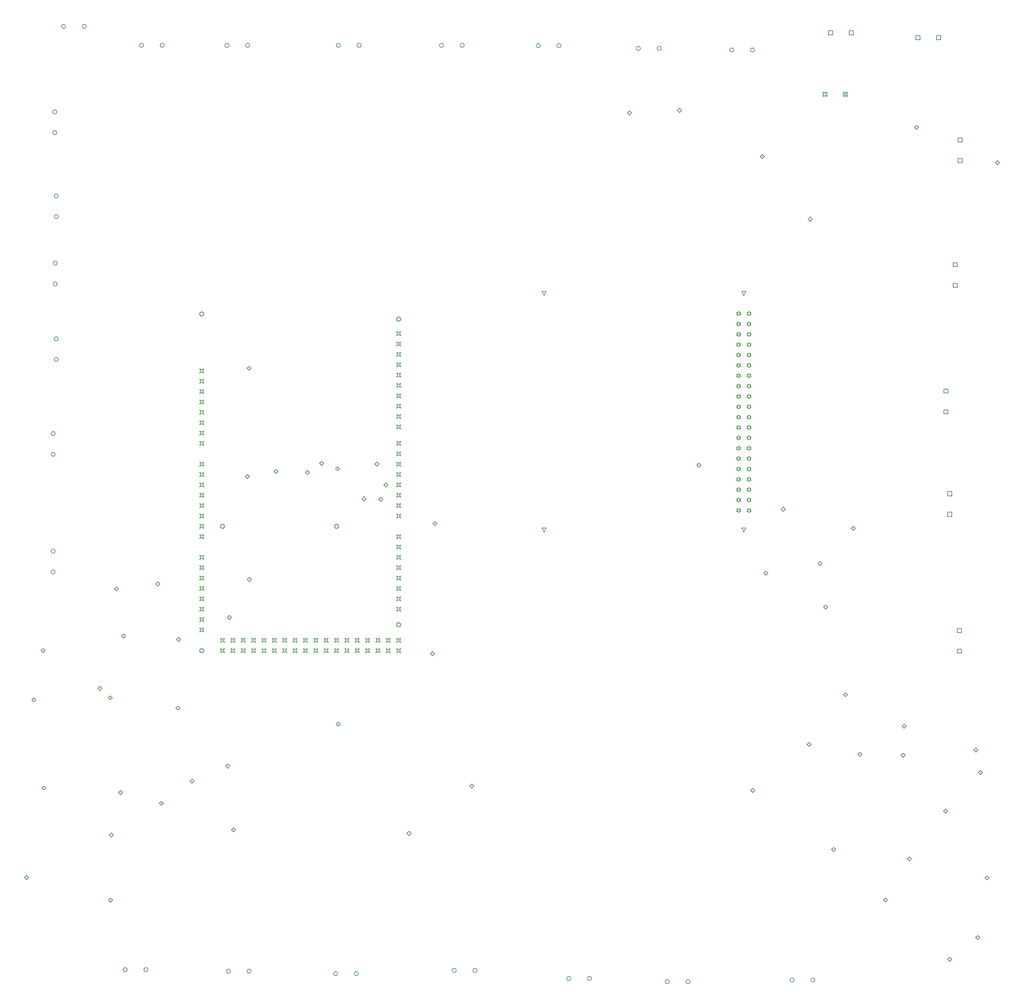
<source format=gbr>
%FSTAX25Y25*%
%MOIN*%
%SFA1B1*%

%IPPOS*%
%ADD35C,0.005118*%
%ADD62C,0.006693*%
G54D35*
X0864488Y0934803D02*
Y0938779D01*
X0868503*
Y0934803*
X0864488*
X078Y0939291D02*
Y0943307D01*
X0784015*
Y0939291*
X078*
X0905Y0835984D02*
Y084D01*
X0909015*
Y0835984*
X0905*
X0900511Y0715511D02*
Y0719488D01*
X0904488*
Y0715511*
X0900511*
X079433Y088D02*
X0795354D01*
X0796338Y0880984*
X0797322Y088*
X0798346*
Y0880984*
X0797322Y0882007*
X0798346Y0882992*
Y0884015*
X0797322*
X0796338Y0882992*
X0795354Y0884015*
X079433*
Y0882992*
X0795354Y0882007*
X079433Y0880984*
Y088*
X0891299Y0593503D02*
Y059748D01*
X0895275*
Y0593503*
X0891299*
X0895Y0494488D02*
Y0498503D01*
X0899015*
Y0494488*
X0895*
X0904291Y036248D02*
Y0366496D01*
X0908307*
Y036248*
X0904291*
X0693464Y0478385D02*
X0694448Y047937D01*
X0695472*
X0694448Y0480354*
X0695472Y0481377*
X0694448*
X0693464Y0482362*
X069244Y0481377*
X0691456*
X069244Y0480354*
X0691456Y047937*
X069244*
X0693464Y0478385*
X0193503Y0342992D02*
X0194488Y0345D01*
X0193503Y0347007*
X0195511Y0345984*
X0197519Y0347007*
X0196496Y0345*
X0197519Y0342992*
X0195511Y0344015*
X0193503Y0342992*
X0293503Y0352992D02*
X0294488Y0355D01*
X0293503Y0357007*
X0295511Y0355984*
X0297519Y0357007*
X0296496Y0355*
X0297519Y0352992*
X0295511Y0354015*
X0293503Y0352992*
X0303503D02*
X0304488Y0355D01*
X0303503Y0357007*
X0305511Y0355984*
X0307519Y0357007*
X0306496Y0355*
X0307519Y0352992*
X0305511Y0354015*
X0303503Y0352992*
X0363503Y0532992D02*
X0364488Y0535D01*
X0363503Y0537007*
X0365511Y0535984*
X0367519Y0537007*
X0366496Y0535*
X0367519Y0532992*
X0365511Y0534015*
X0363503Y0532992*
X0263503Y0352992D02*
X0264488Y0355D01*
X0263503Y0357007*
X0265511Y0355984*
X026748Y0357007*
X0266496Y0355*
X026748Y0352992*
X0265511Y0354015*
X0263503Y0352992*
X0323503D02*
X0324488Y0355D01*
X0323503Y0357007*
X0325511Y0355984*
X032748Y0357007*
X0326496Y0355*
X032748Y0352992*
X0325511Y0354015*
X0323503Y0352992*
X0363503Y0542992D02*
X0364488Y0545D01*
X0363503Y0547007*
X0365511Y0545984*
X0367519Y0547007*
X0366496Y0545*
X0367519Y0542992*
X0365511Y0544015*
X0363503Y0542992*
X0895Y0474488D02*
Y0478503D01*
X0899015*
Y0474488*
X0895*
X0904291Y0342519D02*
Y0346496D01*
X0908307*
Y0342519*
X0904291*
X08Y0939291D02*
Y0943307D01*
X0804015*
Y0939291*
X08*
X0884488Y0934803D02*
Y0938779D01*
X0888503*
Y0934803*
X0884488*
X0905Y0815984D02*
Y082D01*
X0909015*
Y0815984*
X0905*
X0900511Y0695511D02*
Y0699488D01*
X0904488*
Y0695511*
X0900511*
X0891299Y0573503D02*
Y057748D01*
X0895275*
Y0573503*
X0891299*
X0505551Y0687559D02*
X0503543Y0691535D01*
X0507559*
X0505551Y0687559*
Y0459212D02*
X0503543Y0463188D01*
X0507559*
X0505551Y0459212*
X0698464D02*
X0696456Y0463188D01*
X0700472*
X0698464Y0459212*
Y0687559D02*
X0696456Y0691535D01*
X0700472*
X0698464Y0687559*
X0693464Y0668385D02*
X0694448Y066937D01*
X0695472*
X0694448Y0670354*
X0695472Y0671377*
X0694448*
X0693464Y0672362*
X069244Y0671377*
X0691456*
X069244Y0670354*
X0691456Y066937*
X069244*
X0693464Y0668385*
Y0658385D02*
X0694448Y065937D01*
X0695472*
X0694448Y0660354*
X0695472Y0661377*
X0694448*
X0693464Y0662362*
X069244Y0661377*
X0691456*
X069244Y0660354*
X0691456Y065937*
X069244*
X0693464Y0658385*
Y0648385D02*
X0694448Y064937D01*
X0695472*
X0694448Y0650354*
X0695472Y0651377*
X0694448*
X0693464Y0652362*
X069244Y0651377*
X0691456*
X069244Y0650354*
X0691456Y064937*
X069244*
X0693464Y0648385*
Y0638385D02*
X0694448Y063937D01*
X0695472*
X0694448Y0640354*
X0695472Y0641377*
X0694448*
X0693464Y0642362*
X069244Y0641377*
X0691456*
X069244Y0640354*
X0691456Y063937*
X069244*
X0693464Y0638385*
Y0628385D02*
X0694448Y062937D01*
X0695472*
X0694448Y0630354*
X0695472Y0631377*
X0694448*
X0693464Y0632362*
X069244Y0631377*
X0691456*
X069244Y0630354*
X0691456Y062937*
X069244*
X0693464Y0628385*
Y0618385D02*
X0694448Y061937D01*
X0695472*
X0694448Y0620354*
X0695472Y0621377*
X0694448*
X0693464Y0622362*
X069244Y0621377*
X0691456*
X069244Y0620354*
X0691456Y061937*
X069244*
X0693464Y0618385*
X0703464Y0668385D02*
X0704448Y066937D01*
X0705472*
X0704448Y0670354*
X0705472Y0671377*
X0704448*
X0703464Y0672362*
X070244Y0671377*
X0701456*
X070244Y0670354*
X0701456Y066937*
X070244*
X0703464Y0668385*
Y0658385D02*
X0704448Y065937D01*
X0705472*
X0704448Y0660354*
X0705472Y0661377*
X0704448*
X0703464Y0662362*
X070244Y0661377*
X0701456*
X070244Y0660354*
X0701456Y065937*
X070244*
X0703464Y0658385*
Y0648385D02*
X0704448Y064937D01*
X0705472*
X0704448Y0650354*
X0705472Y0651377*
X0704448*
X0703464Y0652362*
X070244Y0651377*
X0701456*
X070244Y0650354*
X0701456Y064937*
X070244*
X0703464Y0648385*
Y0638385D02*
X0704448Y063937D01*
X0705472*
X0704448Y0640354*
X0705472Y0641377*
X0704448*
X0703464Y0642362*
X070244Y0641377*
X0701456*
X070244Y0640354*
X0701456Y063937*
X070244*
X0703464Y0638385*
Y0628385D02*
X0704448Y062937D01*
X0705472*
X0704448Y0630354*
X0705472Y0631377*
X0704448*
X0703464Y0632362*
X070244Y0631377*
X0701456*
X070244Y0630354*
X0701456Y062937*
X070244*
X0703464Y0628385*
Y0618385D02*
X0704448Y061937D01*
X0705472*
X0704448Y0620354*
X0705472Y0621377*
X0704448*
X0703464Y0622362*
X070244Y0621377*
X0701456*
X070244Y0620354*
X0701456Y061937*
X070244*
X0703464Y0618385*
X0693464Y0608385D02*
X0694448Y060937D01*
X0695472*
X0694448Y0610354*
X0695472Y0611377*
X0694448*
X0693464Y0612362*
X069244Y0611377*
X0691456*
X069244Y0610354*
X0691456Y060937*
X069244*
X0693464Y0608385*
X0703464D02*
X0704448Y060937D01*
X0705472*
X0704448Y0610354*
X0705472Y0611377*
X0704448*
X0703464Y0612362*
X070244Y0611377*
X0701456*
X070244Y0610354*
X0701456Y060937*
X070244*
X0703464Y0608385*
X0693464Y0598385D02*
X0694448Y059937D01*
X0695472*
X0694448Y0600354*
X0695472Y0601377*
X0694448*
X0693464Y0602362*
X069244Y0601377*
X0691456*
X069244Y0600354*
X0691456Y059937*
X069244*
X0693464Y0598385*
Y0588385D02*
X0694448Y058937D01*
X0695472*
X0694448Y0590354*
X0695472Y0591377*
X0694448*
X0693464Y0592362*
X069244Y0591377*
X0691456*
X069244Y0590354*
X0691456Y058937*
X069244*
X0693464Y0588385*
Y0578385D02*
X0694448Y057937D01*
X0695472*
X0694448Y0580354*
X0695472Y0581377*
X0694448*
X0693464Y0582362*
X069244Y0581377*
X0691456*
X069244Y0580354*
X0691456Y057937*
X069244*
X0693464Y0578385*
Y0568385D02*
X0694448Y056937D01*
X0695472*
X0694448Y0570354*
X0695472Y0571377*
X0694448*
X0693464Y0572362*
X069244Y0571377*
X0691456*
X069244Y0570354*
X0691456Y056937*
X069244*
X0693464Y0568385*
Y0558385D02*
X0694448Y055937D01*
X0695472*
X0694448Y0560354*
X0695472Y0561377*
X0694448*
X0693464Y0562362*
X069244Y0561377*
X0691456*
X069244Y0560354*
X0691456Y055937*
X069244*
X0693464Y0558385*
Y0548385D02*
X0694448Y054937D01*
X0695472*
X0694448Y0550354*
X0695472Y0551377*
X0694448*
X0693464Y0552362*
X069244Y0551377*
X0691456*
X069244Y0550354*
X0691456Y054937*
X069244*
X0693464Y0548385*
X0703464Y0598385D02*
X0704448Y059937D01*
X0705472*
X0704448Y0600354*
X0705472Y0601377*
X0704448*
X0703464Y0602362*
X070244Y0601377*
X0701456*
X070244Y0600354*
X0701456Y059937*
X070244*
X0703464Y0598385*
Y0588385D02*
X0704448Y058937D01*
X0705472*
X0704448Y0590354*
X0705472Y0591377*
X0704448*
X0703464Y0592362*
X070244Y0591377*
X0701456*
X070244Y0590354*
X0701456Y058937*
X070244*
X0703464Y0588385*
Y0578385D02*
X0704448Y057937D01*
X0705472*
X0704448Y0580354*
X0705472Y0581377*
X0704448*
X0703464Y0582362*
X070244Y0581377*
X0701456*
X070244Y0580354*
X0701456Y057937*
X070244*
X0703464Y0578385*
Y0568385D02*
X0704448Y056937D01*
X0705472*
X0704448Y0570354*
X0705472Y0571377*
X0704448*
X0703464Y0572362*
X070244Y0571377*
X0701456*
X070244Y0570354*
X0701456Y056937*
X070244*
X0703464Y0568385*
Y0558385D02*
X0704448Y055937D01*
X0705472*
X0704448Y0560354*
X0705472Y0561377*
X0704448*
X0703464Y0562362*
X070244Y0561377*
X0701456*
X070244Y0560354*
X0701456Y055937*
X070244*
X0703464Y0558385*
Y0548385D02*
X0704448Y054937D01*
X0705472*
X0704448Y0550354*
X0705472Y0551377*
X0704448*
X0703464Y0552362*
X070244Y0551377*
X0701456*
X070244Y0550354*
X0701456Y054937*
X070244*
X0703464Y0548385*
X0693464Y0538385D02*
X0694448Y053937D01*
X0695472*
X0694448Y0540354*
X0695472Y0541377*
X0694448*
X0693464Y0542362*
X069244Y0541377*
X0691456*
X069244Y0540354*
X0691456Y053937*
X069244*
X0693464Y0538385*
X0703464D02*
X0704448Y053937D01*
X0705472*
X0704448Y0540354*
X0705472Y0541377*
X0704448*
X0703464Y0542362*
X070244Y0541377*
X0701456*
X070244Y0540354*
X0701456Y053937*
X070244*
X0703464Y0538385*
X0693464Y0528385D02*
X0694448Y052937D01*
X0695472*
X0694448Y0530354*
X0695472Y0531377*
X0694448*
X0693464Y0532362*
X069244Y0531377*
X0691456*
X069244Y0530354*
X0691456Y052937*
X069244*
X0693464Y0528385*
Y0518385D02*
X0694448Y051937D01*
X0695472*
X0694448Y0520354*
X0695472Y0521377*
X0694448*
X0693464Y0522362*
X069244Y0521377*
X0691456*
X069244Y0520354*
X0691456Y051937*
X069244*
X0693464Y0518385*
Y0508385D02*
X0694448Y050937D01*
X0695472*
X0694448Y0510354*
X0695472Y0511377*
X0694448*
X0693464Y0512362*
X069244Y0511377*
X0691456*
X069244Y0510354*
X0691456Y050937*
X069244*
X0693464Y0508385*
Y0498385D02*
X0694448Y049937D01*
X0695472*
X0694448Y0500354*
X0695472Y0501377*
X0694448*
X0693464Y0502362*
X069244Y0501377*
X0691456*
X069244Y0500354*
X0691456Y049937*
X069244*
X0693464Y0498385*
Y0488385D02*
X0694448Y048937D01*
X0695472*
X0694448Y0490354*
X0695472Y0491377*
X0694448*
X0693464Y0492362*
X069244Y0491377*
X0691456*
X069244Y0490354*
X0691456Y048937*
X069244*
X0693464Y0488385*
X0703464Y0528385D02*
X0704448Y052937D01*
X0705472*
X0704448Y0530354*
X0705472Y0531377*
X0704448*
X0703464Y0532362*
X070244Y0531377*
X0701456*
X070244Y0530354*
X0701456Y052937*
X070244*
X0703464Y0528385*
Y0518385D02*
X0704448Y051937D01*
X0705472*
X0704448Y0520354*
X0705472Y0521377*
X0704448*
X0703464Y0522362*
X070244Y0521377*
X0701456*
X070244Y0520354*
X0701456Y051937*
X070244*
X0703464Y0518385*
Y0508385D02*
X0704448Y050937D01*
X0705472*
X0704448Y0510354*
X0705472Y0511377*
X0704448*
X0703464Y0512362*
X070244Y0511377*
X0701456*
X070244Y0510354*
X0701456Y050937*
X070244*
X0703464Y0508385*
Y0498385D02*
X0704448Y049937D01*
X0705472*
X0704448Y0500354*
X0705472Y0501377*
X0704448*
X0703464Y0502362*
X070244Y0501377*
X0701456*
X070244Y0500354*
X0701456Y049937*
X070244*
X0703464Y0498385*
Y0488385D02*
X0704448Y048937D01*
X0705472*
X0704448Y0490354*
X0705472Y0491377*
X0704448*
X0703464Y0492362*
X070244Y0491377*
X0701456*
X070244Y0490354*
X0701456Y048937*
X070244*
X0703464Y0488385*
Y0478385D02*
X0704448Y047937D01*
X0705472*
X0704448Y0480354*
X0705472Y0481377*
X0704448*
X0703464Y0482362*
X070244Y0481377*
X0701456*
X070244Y0480354*
X0701456Y047937*
X070244*
X0703464Y0478385*
X0173503Y0612992D02*
X0174488Y0615D01*
X0173503Y0617007*
X0175511Y0615984*
X017748Y0617007*
X0176496Y0615*
X017748Y0612992*
X0175511Y0614015*
X0173503Y0612992*
Y0602992D02*
X0174488Y0605D01*
X0173503Y0607007*
X0175511Y0605984*
X017748Y0607007*
X0176496Y0605*
X017748Y0602992*
X0175511Y0604015*
X0173503Y0602992*
Y0592992D02*
X0174488Y0595D01*
X0173503Y0597007*
X0175511Y0595984*
X017748Y0597007*
X0176496Y0595*
X017748Y0592992*
X0175511Y0594015*
X0173503Y0592992*
Y0582992D02*
X0174488Y0585D01*
X0173503Y0587007*
X0175511Y0585984*
X017748Y0587007*
X0176496Y0585*
X017748Y0582992*
X0175511Y0584015*
X0173503Y0582992*
Y0572992D02*
X0174488Y0575D01*
X0173503Y0577007*
X0175511Y0575984*
X017748Y0577007*
X0176496Y0575*
X017748Y0572992*
X0175511Y0574015*
X0173503Y0572992*
Y0562992D02*
X0174488Y0565D01*
X0173503Y0567007*
X0175511Y0565984*
X017748Y0567007*
X0176496Y0565*
X017748Y0562992*
X0175511Y0564015*
X0173503Y0562992*
Y0552992D02*
X0174488Y0555D01*
X0173503Y0557007*
X0175511Y0555984*
X017748Y0557007*
X0176496Y0555*
X017748Y0552992*
X0175511Y0554015*
X0173503Y0552992*
Y0542992D02*
X0174488Y0545D01*
X0173503Y0547007*
X0175511Y0545984*
X017748Y0547007*
X0176496Y0545*
X017748Y0542992*
X0175511Y0544015*
X0173503Y0542992*
Y0522992D02*
X0174488Y0525D01*
X0173503Y0527007*
X0175511Y0525984*
X017748Y0527007*
X0176496Y0525*
X017748Y0522992*
X0175511Y0524015*
X0173503Y0522992*
Y0512992D02*
X0174488Y0515D01*
X0173503Y0517007*
X0175511Y0515984*
X017748Y0517007*
X0176496Y0515*
X017748Y0512992*
X0175511Y0514015*
X0173503Y0512992*
Y0502992D02*
X0174488Y0505D01*
X0173503Y0507007*
X0175511Y0505984*
X017748Y0507007*
X0176496Y0505*
X017748Y0502992*
X0175511Y0504015*
X0173503Y0502992*
Y0492992D02*
X0174488Y0495D01*
X0173503Y0497007*
X0175511Y0495984*
X017748Y0497007*
X0176496Y0495*
X017748Y0492992*
X0175511Y0494015*
X0173503Y0492992*
Y0482992D02*
X0174488Y0485D01*
X0173503Y0487007*
X0175511Y0485984*
X017748Y0487007*
X0176496Y0485*
X017748Y0482992*
X0175511Y0484015*
X0173503Y0482992*
Y0472992D02*
X0174488Y0475D01*
X0173503Y0477007*
X0175511Y0475984*
X017748Y0477007*
X0176496Y0475*
X017748Y0472992*
X0175511Y0474015*
X0173503Y0472992*
Y0462992D02*
X0174488Y0465D01*
X0173503Y0467007*
X0175511Y0465984*
X017748Y0467007*
X0176496Y0465*
X017748Y0462992*
X0175511Y0464015*
X0173503Y0462992*
Y0452992D02*
X0174488Y0455D01*
X0173503Y0457007*
X0175511Y0455984*
X017748Y0457007*
X0176496Y0455*
X017748Y0452992*
X0175511Y0454015*
X0173503Y0452992*
Y0432992D02*
X0174488Y0435D01*
X0173503Y0437007*
X0175511Y0435984*
X017748Y0437007*
X0176496Y0435*
X017748Y0432992*
X0175511Y0434015*
X0173503Y0432992*
Y0422992D02*
X0174488Y0425D01*
X0173503Y0427007*
X0175511Y0425984*
X017748Y0427007*
X0176496Y0425*
X017748Y0422992*
X0175511Y0424015*
X0173503Y0422992*
Y0412992D02*
X0174488Y0415D01*
X0173503Y0417007*
X0175511Y0415984*
X017748Y0417007*
X0176496Y0415*
X017748Y0412992*
X0175511Y0414015*
X0173503Y0412992*
Y0402992D02*
X0174488Y0405D01*
X0173503Y0407007*
X0175511Y0405984*
X017748Y0407007*
X0176496Y0405*
X017748Y0402992*
X0175511Y0404015*
X0173503Y0402992*
Y0392992D02*
X0174488Y0395D01*
X0173503Y0397007*
X0175511Y0395984*
X017748Y0397007*
X0176496Y0395*
X017748Y0392992*
X0175511Y0394015*
X0173503Y0392992*
Y0382992D02*
X0174488Y0385D01*
X0173503Y0387007*
X0175511Y0385984*
X017748Y0387007*
X0176496Y0385*
X017748Y0382992*
X0175511Y0384015*
X0173503Y0382992*
Y0372992D02*
X0174488Y0375D01*
X0173503Y0377007*
X0175511Y0375984*
X017748Y0377007*
X0176496Y0375*
X017748Y0372992*
X0175511Y0374015*
X0173503Y0372992*
Y0362992D02*
X0174488Y0365D01*
X0173503Y0367007*
X0175511Y0365984*
X017748Y0367007*
X0176496Y0365*
X017748Y0362992*
X0175511Y0364015*
X0173503Y0362992*
X0193503Y0352992D02*
X0194488Y0355D01*
X0193503Y0357007*
X0195511Y0355984*
X0197519Y0357007*
X0196496Y0355*
X0197519Y0352992*
X0195511Y0354015*
X0193503Y0352992*
X0203503Y0342992D02*
X0204488Y0345D01*
X0203503Y0347007*
X0205511Y0345984*
X0207519Y0347007*
X0206496Y0345*
X0207519Y0342992*
X0205511Y0344015*
X0203503Y0342992*
Y0352992D02*
X0204488Y0355D01*
X0203503Y0357007*
X0205511Y0355984*
X0207519Y0357007*
X0206496Y0355*
X0207519Y0352992*
X0205511Y0354015*
X0203503Y0352992*
X0213503Y0342992D02*
X0214488Y0345D01*
X0213503Y0347007*
X0215511Y0345984*
X021748Y0347007*
X0216496Y0345*
X021748Y0342992*
X0215511Y0344015*
X0213503Y0342992*
Y0352992D02*
X0214488Y0355D01*
X0213503Y0357007*
X0215511Y0355984*
X021748Y0357007*
X0216496Y0355*
X021748Y0352992*
X0215511Y0354015*
X0213503Y0352992*
X0223503Y0342992D02*
X0224488Y0345D01*
X0223503Y0347007*
X0225511Y0345984*
X022748Y0347007*
X0226496Y0345*
X022748Y0342992*
X0225511Y0344015*
X0223503Y0342992*
Y0352992D02*
X0224488Y0355D01*
X0223503Y0357007*
X0225511Y0355984*
X022748Y0357007*
X0226496Y0355*
X022748Y0352992*
X0225511Y0354015*
X0223503Y0352992*
X0174488Y0669015D02*
Y0667992D01*
X0176496*
Y0669015*
X017748*
Y0670984*
X0176496*
Y0672007*
X0174488*
Y0670984*
X0173503*
Y0669015*
X0174488*
X0194488Y0464015D02*
Y0462992D01*
X0196496*
Y0464015*
X0197519*
Y0465984*
X0196496*
Y0467007*
X0194488*
Y0465984*
X0193503*
Y0464015*
X0194488*
X0304488D02*
Y0462992D01*
X0306496*
Y0464015*
X0307519*
Y0465984*
X0306496*
Y0467007*
X0304488*
Y0465984*
X0303503*
Y0464015*
X0304488*
X0364488Y0664015D02*
Y0662992D01*
X0366496*
Y0664015*
X0367519*
Y0665984*
X0366496*
Y0667007*
X0364488*
Y0665984*
X0363503*
Y0664015*
X0364488*
X0174488Y0344015D02*
Y0342992D01*
X0176496*
Y0344015*
X017748*
Y0345984*
X0176496*
Y0347007*
X0174488*
Y0345984*
X0173503*
Y0344015*
X0174488*
X0233503Y0352992D02*
X0234488Y0355D01*
X0233503Y0357007*
X0235511Y0355984*
X0237519Y0357007*
X0236496Y0355*
X0237519Y0352992*
X0235511Y0354015*
X0233503Y0352992*
Y0342992D02*
X0234488Y0345D01*
X0233503Y0347007*
X0235511Y0345984*
X0237519Y0347007*
X0236496Y0345*
X0237519Y0342992*
X0235511Y0344015*
X0233503Y0342992*
X0243503Y0352992D02*
X0244488Y0355D01*
X0243503Y0357007*
X0245511Y0355984*
X0247519Y0357007*
X0246496Y0355*
X0247519Y0352992*
X0245511Y0354015*
X0243503Y0352992*
Y0342992D02*
X0244488Y0345D01*
X0243503Y0347007*
X0245511Y0345984*
X0247519Y0347007*
X0246496Y0345*
X0247519Y0342992*
X0245511Y0344015*
X0243503Y0342992*
X0253503Y0352992D02*
X0254488Y0355D01*
X0253503Y0357007*
X0255511Y0355984*
X025748Y0357007*
X0256496Y0355*
X025748Y0352992*
X0255511Y0354015*
X0253503Y0352992*
Y0342992D02*
X0254488Y0345D01*
X0253503Y0347007*
X0255511Y0345984*
X025748Y0347007*
X0256496Y0345*
X025748Y0342992*
X0255511Y0344015*
X0253503Y0342992*
X0263503D02*
X0264488Y0345D01*
X0263503Y0347007*
X0265511Y0345984*
X026748Y0347007*
X0266496Y0345*
X026748Y0342992*
X0265511Y0344015*
X0263503Y0342992*
X0273503Y0352992D02*
X0274488Y0355D01*
X0273503Y0357007*
X0275511Y0355984*
X0277519Y0357007*
X0276496Y0355*
X0277519Y0352992*
X0275511Y0354015*
X0273503Y0352992*
Y0342992D02*
X0274488Y0345D01*
X0273503Y0347007*
X0275511Y0345984*
X0277519Y0347007*
X0276496Y0345*
X0277519Y0342992*
X0275511Y0344015*
X0273503Y0342992*
X0283503Y0352992D02*
X0284488Y0355D01*
X0283503Y0357007*
X0285511Y0355984*
X0287519Y0357007*
X0286496Y0355*
X0287519Y0352992*
X0285511Y0354015*
X0283503Y0352992*
Y0342992D02*
X0284488Y0345D01*
X0283503Y0347007*
X0285511Y0345984*
X0287519Y0347007*
X0286496Y0345*
X0287519Y0342992*
X0285511Y0344015*
X0283503Y0342992*
X0293503D02*
X0294488Y0345D01*
X0293503Y0347007*
X0295511Y0345984*
X0297519Y0347007*
X0296496Y0345*
X0297519Y0342992*
X0295511Y0344015*
X0293503Y0342992*
X0303503D02*
X0304488Y0345D01*
X0303503Y0347007*
X0305511Y0345984*
X0307519Y0347007*
X0306496Y0345*
X0307519Y0342992*
X0305511Y0344015*
X0303503Y0342992*
X0313503Y0352992D02*
X0314488Y0355D01*
X0313503Y0357007*
X0315511Y0355984*
X031748Y0357007*
X0316496Y0355*
X031748Y0352992*
X0315511Y0354015*
X0313503Y0352992*
Y0342992D02*
X0314488Y0345D01*
X0313503Y0347007*
X0315511Y0345984*
X031748Y0347007*
X0316496Y0345*
X031748Y0342992*
X0315511Y0344015*
X0313503Y0342992*
X0323503D02*
X0324488Y0345D01*
X0323503Y0347007*
X0325511Y0345984*
X032748Y0347007*
X0326496Y0345*
X032748Y0342992*
X0325511Y0344015*
X0323503Y0342992*
X0333503Y0352992D02*
X0334488Y0355D01*
X0333503Y0357007*
X0335511Y0355984*
X033748Y0357007*
X0336496Y0355*
X033748Y0352992*
X0335511Y0354015*
X0333503Y0352992*
Y0342992D02*
X0334488Y0345D01*
X0333503Y0347007*
X0335511Y0345984*
X033748Y0347007*
X0336496Y0345*
X033748Y0342992*
X0335511Y0344015*
X0333503Y0342992*
X0343503Y0352992D02*
X0344488Y0355D01*
X0343503Y0357007*
X0345511Y0355984*
X034748Y0357007*
X0346496Y0355*
X034748Y0352992*
X0345511Y0354015*
X0343503Y0352992*
Y0342992D02*
X0344488Y0345D01*
X0343503Y0347007*
X0345511Y0345984*
X034748Y0347007*
X0346496Y0345*
X034748Y0342992*
X0345511Y0344015*
X0343503Y0342992*
X0353503Y0352992D02*
X0354488Y0355D01*
X0353503Y0357007*
X0355511Y0355984*
X0357519Y0357007*
X0356496Y0355*
X0357519Y0352992*
X0355511Y0354015*
X0353503Y0352992*
Y0342992D02*
X0354488Y0345D01*
X0353503Y0347007*
X0355511Y0345984*
X0357519Y0347007*
X0356496Y0345*
X0357519Y0342992*
X0355511Y0344015*
X0353503Y0342992*
X0363503Y0352992D02*
X0364488Y0355D01*
X0363503Y0357007*
X0365511Y0355984*
X0367519Y0357007*
X0366496Y0355*
X0367519Y0352992*
X0365511Y0354015*
X0363503Y0352992*
Y0342992D02*
X0364488Y0345D01*
X0363503Y0347007*
X0365511Y0345984*
X0367519Y0347007*
X0366496Y0345*
X0367519Y0342992*
X0365511Y0344015*
X0363503Y0342992*
Y0382992D02*
X0364488Y0385D01*
X0363503Y0387007*
X0365511Y0385984*
X0367519Y0387007*
X0366496Y0385*
X0367519Y0382992*
X0365511Y0384015*
X0363503Y0382992*
Y0392992D02*
X0364488Y0395D01*
X0363503Y0397007*
X0365511Y0395984*
X0367519Y0397007*
X0366496Y0395*
X0367519Y0392992*
X0365511Y0394015*
X0363503Y0392992*
Y0402992D02*
X0364488Y0405D01*
X0363503Y0407007*
X0365511Y0405984*
X0367519Y0407007*
X0366496Y0405*
X0367519Y0402992*
X0365511Y0404015*
X0363503Y0402992*
Y0412992D02*
X0364488Y0415D01*
X0363503Y0417007*
X0365511Y0415984*
X0367519Y0417007*
X0366496Y0415*
X0367519Y0412992*
X0365511Y0414015*
X0363503Y0412992*
Y0422992D02*
X0364488Y0425D01*
X0363503Y0427007*
X0365511Y0425984*
X0367519Y0427007*
X0366496Y0425*
X0367519Y0422992*
X0365511Y0424015*
X0363503Y0422992*
Y0432992D02*
X0364488Y0435D01*
X0363503Y0437007*
X0365511Y0435984*
X0367519Y0437007*
X0366496Y0435*
X0367519Y0432992*
X0365511Y0434015*
X0363503Y0432992*
Y0442992D02*
X0364488Y0445D01*
X0363503Y0447007*
X0365511Y0445984*
X0367519Y0447007*
X0366496Y0445*
X0367519Y0442992*
X0365511Y0444015*
X0363503Y0442992*
Y0452992D02*
X0364488Y0455D01*
X0363503Y0457007*
X0365511Y0455984*
X0367519Y0457007*
X0366496Y0455*
X0367519Y0452992*
X0365511Y0454015*
X0363503Y0452992*
Y0472992D02*
X0364488Y0475D01*
X0363503Y0477007*
X0365511Y0475984*
X0367519Y0477007*
X0366496Y0475*
X0367519Y0472992*
X0365511Y0474015*
X0363503Y0472992*
Y0482992D02*
X0364488Y0485D01*
X0363503Y0487007*
X0365511Y0485984*
X0367519Y0487007*
X0366496Y0485*
X0367519Y0482992*
X0365511Y0484015*
X0363503Y0482992*
Y0492992D02*
X0364488Y0495D01*
X0363503Y0497007*
X0365511Y0495984*
X0367519Y0497007*
X0366496Y0495*
X0367519Y0492992*
X0365511Y0494015*
X0363503Y0492992*
Y0502992D02*
X0364488Y0505D01*
X0363503Y0507007*
X0365511Y0505984*
X0367519Y0507007*
X0366496Y0505*
X0367519Y0502992*
X0365511Y0504015*
X0363503Y0502992*
Y0512992D02*
X0364488Y0515D01*
X0363503Y0517007*
X0365511Y0515984*
X0367519Y0517007*
X0366496Y0515*
X0367519Y0512992*
X0365511Y0514015*
X0363503Y0512992*
Y0522992D02*
X0364488Y0525D01*
X0363503Y0527007*
X0365511Y0525984*
X0367519Y0527007*
X0366496Y0525*
X0367519Y0522992*
X0365511Y0524015*
X0363503Y0522992*
Y0559015D02*
X0364488Y0560984D01*
X0363503Y0562992*
X0365511Y0562007*
X0367519Y0562992*
X0366496Y0560984*
X0367519Y0559015*
X0365511Y056*
X0363503Y0559015*
Y0569015D02*
X0364488Y0570984D01*
X0363503Y0572992*
X0365511Y0572007*
X0367519Y0572992*
X0366496Y0570984*
X0367519Y0569015*
X0365511Y057*
X0363503Y0569015*
Y0579015D02*
X0364488Y0580984D01*
X0363503Y0582992*
X0365511Y0582007*
X0367519Y0582992*
X0366496Y0580984*
X0367519Y0579015*
X0365511Y058*
X0363503Y0579015*
Y0589015D02*
X0364488Y0590984D01*
X0363503Y0592992*
X0365511Y0592007*
X0367519Y0592992*
X0366496Y0590984*
X0367519Y0589015*
X0365511Y059*
X0363503Y0589015*
Y0599015D02*
X0364488Y0600984D01*
X0363503Y0602992*
X0365511Y0602007*
X0367519Y0602992*
X0366496Y0600984*
X0367519Y0599015*
X0365511Y06*
X0363503Y0599015*
Y0609015D02*
X0364488Y0610984D01*
X0363503Y0612992*
X0365511Y0612007*
X0367519Y0612992*
X0366496Y0610984*
X0367519Y0609015*
X0365511Y061*
X0363503Y0609015*
Y0619015D02*
X0364488Y0620984D01*
X0363503Y0622992*
X0365511Y0622007*
X0367519Y0622992*
X0366496Y0620984*
X0367519Y0619015*
X0365511Y062*
X0363503Y0619015*
Y0629015D02*
X0364488Y0630984D01*
X0363503Y0632992*
X0365511Y0632007*
X0367519Y0632992*
X0366496Y0630984*
X0367519Y0629015*
X0365511Y063*
X0363503Y0629015*
Y0639015D02*
X0364488Y0640984D01*
X0363503Y0642992*
X0365511Y0642007*
X0367519Y0642992*
X0366496Y0640984*
X0367519Y0639015*
X0365511Y064*
X0363503Y0639015*
Y0649015D02*
X0364488Y0650984D01*
X0363503Y0652992*
X0365511Y0652007*
X0367519Y0652992*
X0366496Y0650984*
X0367519Y0649015*
X0365511Y065*
X0363503Y0649015*
X0364488Y0369015D02*
Y0367992D01*
X0366496*
Y0369015*
X0367519*
Y0370984*
X0366496*
Y0372007*
X0364488*
Y0370984*
X0363503*
Y0369015*
X0364488*
X0774645Y088D02*
X0775669D01*
X0776653Y0880984*
X0777637Y088*
X0778661*
Y0880984*
X0777637Y0882007*
X0778661Y0882992*
Y0884015*
X0777637*
X0776653Y0882992*
X0775669Y0884015*
X0774645*
Y0882992*
X0775669Y0882007*
X0774645Y0880984*
Y088*
X0922007Y0067992D02*
X0924015Y007D01*
X0925984Y0067992*
X0924015Y0065984*
X0922007Y0067992*
X0855984Y0144015D02*
X0857992Y0145984D01*
X086Y0144015*
X0857992Y0142007*
X0855984Y0144015*
X0924685Y0227204D02*
X0926692Y0229212D01*
X09287Y0227204*
X0926692Y0225196*
X0924685Y0227204*
X0920511Y0249015D02*
X0922519Y0250984D01*
X0924488Y0249015*
X0922519Y0247007*
X0920511Y0249015*
X0850984Y0272007D02*
X0852992Y0274015D01*
X0855Y0272007*
X0852992Y027*
X0850984Y0272007*
X085Y0244015D02*
X0852007Y0245984D01*
X0854015Y0244015*
X0852007Y0242007*
X085Y0244015*
X0832992Y0104488D02*
X0835Y0106496D01*
X0837007Y0104488*
X0835Y010248*
X0832992Y0104488*
X0782992Y0152992D02*
X0785Y0155D01*
X0787007Y0152992*
X0785Y0150984*
X0782992Y0152992*
X0219015Y0617519D02*
X0220984Y0619488D01*
X0222992Y0617519*
X0220984Y0615511*
X0219015Y0617519*
X021748Y0512992D02*
X0219488Y0515D01*
X0221496Y0512992*
X0219488Y0510984*
X021748Y0512992*
X0890984Y019D02*
X0892992Y0192007D01*
X0895Y019*
X0892992Y0187992*
X0890984Y019*
X077Y0429015D02*
X0772007Y0430984D01*
X0774015Y0429015*
X0772007Y0427007*
X077Y0429015*
X0219488Y0413503D02*
X0221496Y0415511D01*
X0223503Y0413503*
X0221496Y0411496*
X0219488Y0413503*
X0150984Y0355511D02*
X0152992Y0357519D01*
X0155Y0355511*
X0152992Y0353503*
X0150984Y0355511*
X0345984Y0490984D02*
X0347992Y0492992D01*
X035Y0490984*
X0347992Y0489015*
X0345984Y0490984*
X033Y0491496D02*
X0332007Y0493503D01*
X0334015Y0491496*
X0332007Y0489488*
X033Y0491496*
X0350984Y0505D02*
X0352992Y0507007D01*
X0355Y0505*
X0352992Y0502992*
X0350984Y0505*
X0895Y0047007D02*
X0897007Y0049015D01*
X0899015Y0047007*
X0897007Y0045*
X0895Y0047007*
X0705Y021D02*
X0707007Y0212007D01*
X0709015Y021*
X0707007Y0207992*
X0705Y021*
X0652992Y0524015D02*
X0655Y0525984D01*
X0657007Y0524015*
X0655Y0522007*
X0652992Y0524015*
X0342244Y0525D02*
X0344251Y0527007D01*
X0346259Y0525*
X0344251Y0522992*
X0342244Y0525*
X0930984Y0125511D02*
X0932992Y012748D01*
X0935Y0125511*
X0932992Y0123503*
X0930984Y0125511*
X0759488Y0254488D02*
X0761496Y0256496D01*
X0763503Y0254488*
X0761496Y0252519*
X0759488Y0254488*
X0717677Y0419685D02*
X0719685Y0421692D01*
X0721692Y0419685*
X0719685Y0417677*
X0717677Y0419685*
X0734488Y0481496D02*
X0736496Y0483503D01*
X0738503Y0481496*
X0736496Y0479488*
X0734488Y0481496*
X0775511Y0387007D02*
X0777519Y0389015D01*
X0779488Y0387007*
X0777519Y0385*
X0775511Y0387007*
X0760511Y0761496D02*
X0762519Y0763503D01*
X0764488Y0761496*
X0762519Y0759488*
X0760511Y0761496*
X0304488Y0520511D02*
X0306496Y052248D01*
X0308503Y0520511*
X0306496Y0518503*
X0304488Y0520511*
X0275511Y0517007D02*
X0277519Y0519015D01*
X0279488Y0517007*
X0277519Y0515*
X0275511Y0517007*
X0808503Y0245D02*
X0810511Y0247007D01*
X0812519Y0245*
X0810511Y0242992*
X0808503Y0245*
X0802007Y0462992D02*
X0804015Y0465D01*
X0805984Y0462992*
X0804015Y0460984*
X0802007Y0462992*
X0289015Y0525511D02*
X0290984Y0527519D01*
X0292992Y0525511*
X0290984Y0523503*
X0289015Y0525511*
X0794488Y030248D02*
X0796496Y0304488D01*
X0798503Y030248*
X0796496Y0300511*
X0794488Y030248*
X0434015Y0214488D02*
X0435984Y0216496D01*
X0437992Y0214488*
X0435984Y021248*
X0434015Y0214488*
X0398503Y0467519D02*
X0400511Y0469488D01*
X0402519Y0467519*
X0400511Y0465511*
X0398503Y0467519*
X0634488Y0866496D02*
X0636496Y0868503D01*
X0638503Y0866496*
X0636496Y0864488*
X0634488Y0866496*
X0585984Y0864015D02*
X0587992Y0865984D01*
X059Y0864015*
X0587992Y0862007*
X0585984Y0864015*
X0164015Y0219015D02*
X0165984Y0220984D01*
X0167992Y0219015*
X0165984Y0217007*
X0164015Y0219015*
X0090984Y0404488D02*
X0092992Y0406496D01*
X0095Y0404488*
X0092992Y0402519*
X0090984Y0404488*
X0097992Y0359015D02*
X01Y0360984D01*
X0102007Y0359015*
X01Y0357007*
X0097992Y0359015*
X0085Y0299488D02*
X0087007Y0301496D01*
X0089015Y0299488*
X0087007Y0297519*
X0085Y0299488*
X0085984Y0167007D02*
X0087992Y0169015D01*
X009Y0167007*
X0087992Y0165*
X0085984Y0167007*
X0085511Y0104015D02*
X0087519Y0105984D01*
X0089488Y0104015*
X0087519Y0102007*
X0085511Y0104015*
X0011496Y0297519D02*
X0013503Y0299488D01*
X0015511Y0297519*
X0013503Y0295511*
X0011496Y0297519*
X0020511Y0345D02*
X0022519Y0347007D01*
X0024488Y0345*
X0022519Y0342992*
X0020511Y0345*
X0245Y0517992D02*
X0247007Y052D01*
X0249015Y0517992*
X0247007Y0515984*
X0245Y0517992*
X02Y0377007D02*
X0202007Y0379015D01*
X0204015Y0377007*
X0202007Y0375*
X02Y0377007*
X0075Y0308503D02*
X0077007Y0310511D01*
X0079015Y0308503*
X0077007Y0306496*
X0075Y0308503*
X0150511Y0289488D02*
X0152519Y0291496D01*
X0154488Y0289488*
X0152519Y0287519*
X0150511Y0289488*
X0095Y0207992D02*
X0097007Y021D01*
X0099015Y0207992*
X0097007Y0205984*
X0095Y0207992*
X0204015Y0172007D02*
X0205984Y0174015D01*
X0207992Y0172007*
X0205984Y017*
X0204015Y0172007*
X0373503Y0168503D02*
X0375511Y0170511D01*
X0377519Y0168503*
X0375511Y0166496*
X0373503Y0168503*
X0020984Y021248D02*
X0022992Y0214488D01*
X0025Y021248*
X0022992Y0210511*
X0020984Y021248*
X0130984Y0409488D02*
X0132992Y0411496D01*
X0135Y0409488*
X0132992Y040748*
X0130984Y0409488*
X0134488Y0197519D02*
X0136496Y0199488D01*
X0138503Y0197519*
X0136496Y0195511*
X0134488Y0197519*
X0305Y0274015D02*
X0307007Y0275984D01*
X0309015Y0274015*
X0307007Y0272007*
X0305Y0274015*
X0198503Y0233503D02*
X0200511Y0235511D01*
X0202519Y0233503*
X0200511Y0231496*
X0198503Y0233503*
X0004488Y0125984D02*
X0006496Y0127992D01*
X0008503Y0125984*
X0006496Y0124015*
X0004488Y0125984*
X0395984Y0342007D02*
X0397992Y0344015D01*
X04Y0342007*
X0397992Y034*
X0395984Y0342007*
X0714488Y0822007D02*
X0716496Y0824015D01*
X0718503Y0822007*
X0716496Y082*
X0714488Y0822007*
X0940984Y0815984D02*
X0942992Y0817992D01*
X0945Y0815984*
X0942992Y0814015*
X0940984Y0815984*
X0862992Y085D02*
X0865Y0852007D01*
X0867007Y085*
X0865Y0847992*
X0862992Y085*
G54D62*
X0688661Y0924803D02*
D01*
D01*
G75*
G03X0684645I-0002007J0D01*
G74*G01*
D01*
G75*
G03X0688661I0002007J0D01*
G74*G01*
X0598661Y0926299D02*
D01*
D01*
G75*
G03X0594645I-0002007J0D01*
G74*G01*
D01*
G75*
G03X0598661I0002007J0D01*
G74*G01*
X0502007Y0929015D02*
D01*
D01*
G75*
G03X0497992I-0002007J0D01*
G74*G01*
D01*
G75*
G03X0502007I0002007J0D01*
G74*G01*
X0767007Y0027007D02*
D01*
D01*
G75*
G03X0762992I-0002007J0D01*
G74*G01*
D01*
G75*
G03X0767007I0002007J0D01*
G74*G01*
X0646496Y0025511D02*
D01*
D01*
G75*
G03X064248I-0002007J0D01*
G74*G01*
D01*
G75*
G03X0646496I0002007J0D01*
G74*G01*
X0551496Y0028503D02*
D01*
D01*
G75*
G03X054748I-0002007J0D01*
G74*G01*
D01*
G75*
G03X0551496I0002007J0D01*
G74*G01*
X0440984Y003622D02*
D01*
D01*
G75*
G03X0436968I-0002007J0D01*
G74*G01*
D01*
G75*
G03X0440984I0002007J0D01*
G74*G01*
X0408661Y0929291D02*
D01*
D01*
G75*
G03X0404645I-0002007J0D01*
G74*G01*
D01*
G75*
G03X0408661I0002007J0D01*
G74*G01*
X0309173D02*
D01*
D01*
G75*
G03X0305157I-0002007J0D01*
G74*G01*
D01*
G75*
G03X0309173I0002007J0D01*
G74*G01*
X0201653D02*
D01*
D01*
G75*
G03X0197637I-0002007J0D01*
G74*G01*
D01*
G75*
G03X0201653I0002007J0D01*
G74*G01*
X0119173D02*
D01*
D01*
G75*
G03X0115157I-0002007J0D01*
G74*G01*
D01*
G75*
G03X0119173I0002007J0D01*
G74*G01*
X0064015Y094748D02*
D01*
D01*
G75*
G03X006I-0002007J0D01*
G74*G01*
D01*
G75*
G03X0064015I0002007J0D01*
G74*G01*
X0035511Y0845D02*
D01*
D01*
G75*
G03X0031496I-0002007J0D01*
G74*G01*
D01*
G75*
G03X0035511I0002007J0D01*
G74*G01*
X0037007Y0764015D02*
D01*
D01*
G75*
G03X0032992I-0002007J0D01*
G74*G01*
D01*
G75*
G03X0037007I0002007J0D01*
G74*G01*
X0035905Y0699015D02*
D01*
D01*
G75*
G03X0031889I-0002007J0D01*
G74*G01*
D01*
G75*
G03X0035905I0002007J0D01*
G74*G01*
X0036929Y0625984D02*
D01*
D01*
G75*
G03X0032913I-0002007J0D01*
G74*G01*
D01*
G75*
G03X0036929I0002007J0D01*
G74*G01*
X0326496Y0033228D02*
D01*
D01*
G75*
G03X032248I-0002007J0D01*
G74*G01*
D01*
G75*
G03X0326496I0002007J0D01*
G74*G01*
X0222992Y0035511D02*
D01*
D01*
G75*
G03X0218976I-0002007J0D01*
G74*G01*
D01*
G75*
G03X0222992I0002007J0D01*
G74*G01*
X0123503Y0037007D02*
D01*
D01*
G75*
G03X0119488I-0002007J0D01*
G74*G01*
D01*
G75*
G03X0123503I0002007J0D01*
G74*G01*
X0034015Y0534488D02*
D01*
D01*
G75*
G03X003I-0002007J0D01*
G74*G01*
D01*
G75*
G03X0034015I0002007J0D01*
G74*G01*
Y0420984D02*
D01*
D01*
G75*
G03X003I-0002007J0D01*
G74*G01*
D01*
G75*
G03X0034015I0002007J0D01*
G74*G01*
X0103503Y0037007D02*
D01*
D01*
G75*
G03X0099488I-0002007J0D01*
G74*G01*
D01*
G75*
G03X0103503I0002007J0D01*
G74*G01*
X0202992Y0035511D02*
D01*
D01*
G75*
G03X0198976I-0002007J0D01*
G74*G01*
D01*
G75*
G03X0202992I0002007J0D01*
G74*G01*
X0306496Y0033228D02*
D01*
D01*
G75*
G03X030248I-0002007J0D01*
G74*G01*
D01*
G75*
G03X0306496I0002007J0D01*
G74*G01*
X0420984Y003622D02*
D01*
D01*
G75*
G03X0416968I-0002007J0D01*
G74*G01*
D01*
G75*
G03X0420984I0002007J0D01*
G74*G01*
X0531496Y0028503D02*
D01*
D01*
G75*
G03X052748I-0002007J0D01*
G74*G01*
D01*
G75*
G03X0531496I0002007J0D01*
G74*G01*
X0626496Y0025511D02*
D01*
D01*
G75*
G03X062248I-0002007J0D01*
G74*G01*
D01*
G75*
G03X0626496I0002007J0D01*
G74*G01*
X0747007Y0027007D02*
D01*
D01*
G75*
G03X0742992I-0002007J0D01*
G74*G01*
D01*
G75*
G03X0747007I0002007J0D01*
G74*G01*
X0618661Y0926299D02*
D01*
D01*
G75*
G03X0614645I-0002007J0D01*
G74*G01*
D01*
G75*
G03X0618661I0002007J0D01*
G74*G01*
X0221653Y0929291D02*
D01*
D01*
G75*
G03X0217637I-0002007J0D01*
G74*G01*
D01*
G75*
G03X0221653I0002007J0D01*
G74*G01*
X0139173D02*
D01*
D01*
G75*
G03X0135157I-0002007J0D01*
G74*G01*
D01*
G75*
G03X0139173I0002007J0D01*
G74*G01*
X0329173D02*
D01*
D01*
G75*
G03X0325157I-0002007J0D01*
G74*G01*
D01*
G75*
G03X0329173I0002007J0D01*
G74*G01*
X0428661D02*
D01*
D01*
G75*
G03X0424645I-0002007J0D01*
G74*G01*
D01*
G75*
G03X0428661I0002007J0D01*
G74*G01*
X0522007Y0929015D02*
D01*
D01*
G75*
G03X0517992I-0002007J0D01*
G74*G01*
D01*
G75*
G03X0522007I0002007J0D01*
G74*G01*
X0708661Y0924803D02*
D01*
D01*
G75*
G03X0704645I-0002007J0D01*
G74*G01*
D01*
G75*
G03X0708661I0002007J0D01*
G74*G01*
X0034015Y0440984D02*
D01*
D01*
G75*
G03X003I-0002007J0D01*
G74*G01*
D01*
G75*
G03X0034015I0002007J0D01*
G74*G01*
X0044015Y094748D02*
D01*
D01*
G75*
G03X004I-0002007J0D01*
G74*G01*
D01*
G75*
G03X0044015I0002007J0D01*
G74*G01*
X0035511Y0865D02*
D01*
D01*
G75*
G03X0031496I-0002007J0D01*
G74*G01*
D01*
G75*
G03X0035511I0002007J0D01*
G74*G01*
X0037007Y0784015D02*
D01*
D01*
G75*
G03X0032992I-0002007J0D01*
G74*G01*
D01*
G75*
G03X0037007I0002007J0D01*
G74*G01*
X0034015Y0554488D02*
D01*
D01*
G75*
G03X003I-0002007J0D01*
G74*G01*
D01*
G75*
G03X0034015I0002007J0D01*
G74*G01*
X0035905Y0719015D02*
D01*
D01*
G75*
G03X0031889I-0002007J0D01*
G74*G01*
D01*
G75*
G03X0035905I0002007J0D01*
G74*G01*
X0036929Y0645984D02*
D01*
D01*
G75*
G03X0032913I-0002007J0D01*
G74*G01*
D01*
G75*
G03X0036929I0002007J0D01*
G74*G01*
M02*
</source>
